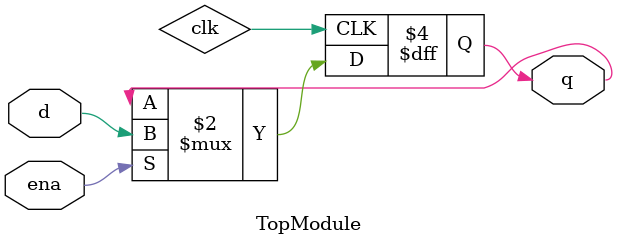
<source format=sv>

module TopModule (
  input d,
  input ena,
  output logic q
);
  logic clk;
  always_ff @(posedge clk) begin
    if (ena) begin
      q <= d;
    end
  end
endmodule

</source>
